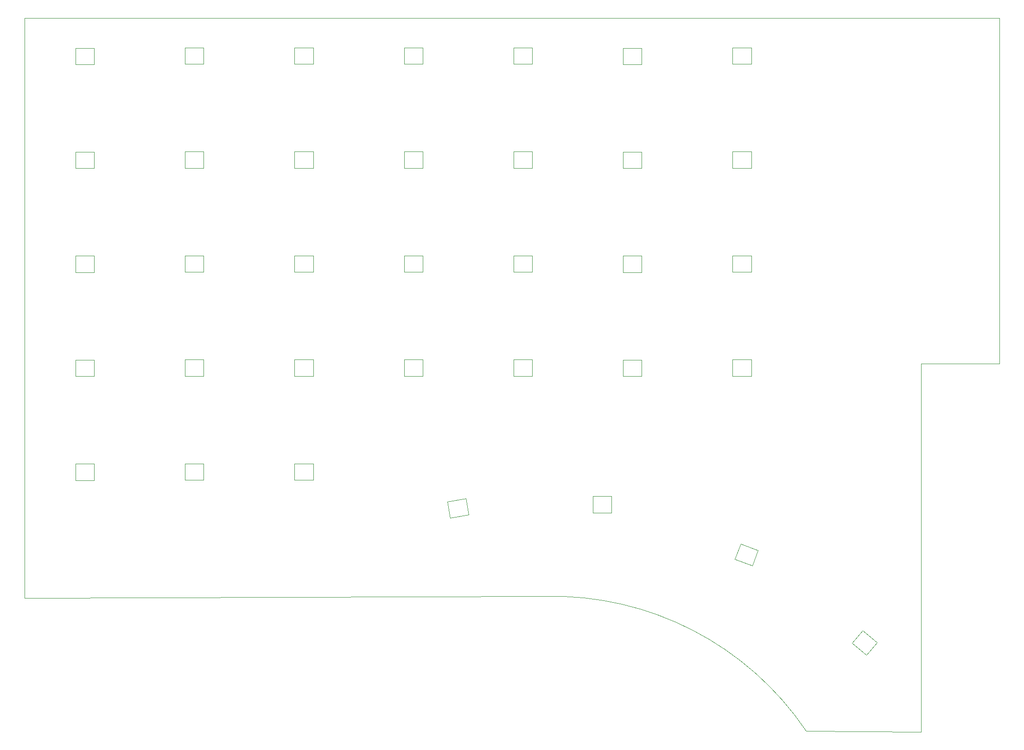
<source format=gbr>
%TF.GenerationSoftware,KiCad,Pcbnew,7.0.7*%
%TF.CreationDate,2023-09-03T20:27:55-07:00*%
%TF.ProjectId,keyboard,6b657962-6f61-4726-942e-6b696361645f,rev?*%
%TF.SameCoordinates,Original*%
%TF.FileFunction,Profile,NP*%
%FSLAX46Y46*%
G04 Gerber Fmt 4.6, Leading zero omitted, Abs format (unit mm)*
G04 Created by KiCad (PCBNEW 7.0.7) date 2023-09-03 20:27:55*
%MOMM*%
%LPD*%
G01*
G04 APERTURE LIST*
%TA.AperFunction,Profile*%
%ADD10C,0.100000*%
%TD*%
%TA.AperFunction,Profile*%
%ADD11C,0.120000*%
%TD*%
G04 APERTURE END LIST*
D10*
X191729245Y-150316591D02*
G75*
G03*
X144145000Y-125729111I-46314245J-31293409D01*
G01*
X227000000Y-83185000D02*
X212725000Y-83185000D01*
X212725000Y-116205000D02*
X212725000Y-83185000D01*
X212725000Y-132080000D02*
X212725000Y-116205000D01*
X212725000Y-150495000D02*
X212725000Y-132080000D01*
X191729245Y-150316591D02*
X212725000Y-150495000D01*
X49000000Y-126000000D02*
X144145000Y-125729110D01*
X49000000Y-20000000D02*
X49000000Y-126000000D01*
X227000000Y-20000000D02*
X49000000Y-20000000D01*
X227000000Y-83185000D02*
X227000000Y-20000000D01*
D11*
%TO.C,REF\u002A\u002A*%
X158300000Y-82500000D02*
X161700000Y-82500000D01*
X158300000Y-85500000D02*
X158300000Y-82500000D01*
X161700000Y-82500000D02*
X161700000Y-85500000D01*
X161700000Y-85500000D02*
X158300000Y-85500000D01*
X78300000Y-82450000D02*
X81700000Y-82450000D01*
X78300000Y-85450000D02*
X78300000Y-82450000D01*
X81700000Y-82450000D02*
X81700000Y-85450000D01*
X81700000Y-85450000D02*
X78300000Y-85450000D01*
X158300000Y-44500000D02*
X161700000Y-44500000D01*
X158300000Y-47500000D02*
X158300000Y-44500000D01*
X161700000Y-44500000D02*
X161700000Y-47500000D01*
X161700000Y-47500000D02*
X158300000Y-47500000D01*
X98300000Y-25450000D02*
X101700000Y-25450000D01*
X98300000Y-28450000D02*
X98300000Y-25450000D01*
X101700000Y-25450000D02*
X101700000Y-28450000D01*
X101700000Y-28450000D02*
X98300000Y-28450000D01*
X178300000Y-44450000D02*
X181700000Y-44450000D01*
X178300000Y-47450000D02*
X178300000Y-44450000D01*
X181700000Y-44450000D02*
X181700000Y-47450000D01*
X181700000Y-47450000D02*
X178300000Y-47450000D01*
X152799999Y-107449999D02*
X156199999Y-107449999D01*
X152799999Y-110449999D02*
X152799999Y-107449999D01*
X156199999Y-107449999D02*
X156199999Y-110449999D01*
X156199999Y-110449999D02*
X152799999Y-110449999D01*
X178300000Y-25450000D02*
X181700000Y-25450000D01*
X178300000Y-28450000D02*
X178300000Y-25450000D01*
X181700000Y-25450000D02*
X181700000Y-28450000D01*
X181700000Y-28450000D02*
X178300000Y-28450000D01*
X138300000Y-44450000D02*
X141700000Y-44450000D01*
X138300000Y-47450000D02*
X138300000Y-44450000D01*
X141700000Y-44450000D02*
X141700000Y-47450000D01*
X141700000Y-47450000D02*
X138300000Y-47450000D01*
X179758137Y-116136042D02*
X182953092Y-117298910D01*
X178732076Y-118955120D02*
X179758137Y-116136042D01*
X182953092Y-117298910D02*
X181927031Y-120117988D01*
X181927031Y-120117988D02*
X178732076Y-118955120D01*
X158300000Y-25500000D02*
X161700000Y-25500000D01*
X158300000Y-28500000D02*
X158300000Y-25500000D01*
X161700000Y-25500000D02*
X161700000Y-28500000D01*
X161700000Y-28500000D02*
X158300000Y-28500000D01*
X58300000Y-101500000D02*
X61700000Y-101500000D01*
X58300000Y-104500000D02*
X58300000Y-101500000D01*
X61700000Y-101500000D02*
X61700000Y-104500000D01*
X61700000Y-104500000D02*
X58300000Y-104500000D01*
X118300000Y-82450000D02*
X121700000Y-82450000D01*
X118300000Y-85450000D02*
X118300000Y-82450000D01*
X121700000Y-82450000D02*
X121700000Y-85450000D01*
X121700000Y-85450000D02*
X118300000Y-85450000D01*
X138300000Y-25450000D02*
X141700000Y-25450000D01*
X138300000Y-28450000D02*
X138300000Y-25450000D01*
X141700000Y-25450000D02*
X141700000Y-28450000D01*
X141700000Y-28450000D02*
X138300000Y-28450000D01*
X78300000Y-101450000D02*
X81700000Y-101450000D01*
X78300000Y-104450000D02*
X78300000Y-101450000D01*
X81700000Y-101450000D02*
X81700000Y-104450000D01*
X81700000Y-104450000D02*
X78300000Y-104450000D01*
X78300000Y-44450000D02*
X81700000Y-44450000D01*
X78300000Y-47450000D02*
X78300000Y-44450000D01*
X81700000Y-44450000D02*
X81700000Y-47450000D01*
X81700000Y-47450000D02*
X78300000Y-47450000D01*
X98300000Y-101450000D02*
X101700000Y-101450000D01*
X98300000Y-104450000D02*
X98300000Y-101450000D01*
X101700000Y-101450000D02*
X101700000Y-104450000D01*
X101700000Y-104450000D02*
X98300000Y-104450000D01*
X202070302Y-131948749D02*
X204674853Y-134134227D01*
X200141939Y-134246883D02*
X202070302Y-131948749D01*
X204674853Y-134134227D02*
X202746490Y-136432361D01*
X202746490Y-136432361D02*
X200141939Y-134246883D01*
X58300000Y-82500000D02*
X61700000Y-82500000D01*
X58300000Y-85500000D02*
X58300000Y-82500000D01*
X61700000Y-82500000D02*
X61700000Y-85500000D01*
X61700000Y-85500000D02*
X58300000Y-85500000D01*
X138300000Y-82450000D02*
X141700000Y-82450000D01*
X138300000Y-85450000D02*
X138300000Y-82450000D01*
X141700000Y-82450000D02*
X141700000Y-85450000D01*
X141700000Y-85450000D02*
X138300000Y-85450000D01*
X78300000Y-25450000D02*
X81700000Y-25450000D01*
X78300000Y-28450000D02*
X78300000Y-25450000D01*
X81700000Y-25450000D02*
X81700000Y-28450000D01*
X81700000Y-28450000D02*
X78300000Y-28450000D01*
X78300000Y-63450000D02*
X81700000Y-63450000D01*
X78300000Y-66450000D02*
X78300000Y-63450000D01*
X81700000Y-63450000D02*
X81700000Y-66450000D01*
X81700000Y-66450000D02*
X78300000Y-66450000D01*
X98300000Y-44450000D02*
X101700000Y-44450000D01*
X98300000Y-47450000D02*
X98300000Y-44450000D01*
X101700000Y-44450000D02*
X101700000Y-47450000D01*
X101700000Y-47450000D02*
X98300000Y-47450000D01*
X58300000Y-25500000D02*
X61700000Y-25500000D01*
X58300000Y-28500000D02*
X58300000Y-25500000D01*
X61700000Y-25500000D02*
X61700000Y-28500000D01*
X61700000Y-28500000D02*
X58300000Y-28500000D01*
X58300000Y-44500000D02*
X61700000Y-44500000D01*
X58300000Y-47500000D02*
X58300000Y-44500000D01*
X61700000Y-44500000D02*
X61700000Y-47500000D01*
X61700000Y-47500000D02*
X58300000Y-47500000D01*
X98300000Y-63450000D02*
X101700000Y-63450000D01*
X98300000Y-66450000D02*
X98300000Y-63450000D01*
X101700000Y-63450000D02*
X101700000Y-66450000D01*
X101700000Y-66450000D02*
X98300000Y-66450000D01*
X178300000Y-82450000D02*
X181700000Y-82450000D01*
X178300000Y-85450000D02*
X178300000Y-82450000D01*
X181700000Y-82450000D02*
X181700000Y-85450000D01*
X181700000Y-85450000D02*
X178300000Y-85450000D01*
X138300000Y-63450000D02*
X141700000Y-63450000D01*
X138300000Y-66450000D02*
X138300000Y-63450000D01*
X141700000Y-63450000D02*
X141700000Y-66450000D01*
X141700000Y-66450000D02*
X138300000Y-66450000D01*
X118300000Y-25450000D02*
X121700000Y-25450000D01*
X118300000Y-28450000D02*
X118300000Y-25450000D01*
X121700000Y-25450000D02*
X121700000Y-28450000D01*
X121700000Y-28450000D02*
X118300000Y-28450000D01*
X58300000Y-63500000D02*
X61700000Y-63500000D01*
X58300000Y-66500000D02*
X58300000Y-63500000D01*
X61700000Y-63500000D02*
X61700000Y-66500000D01*
X61700000Y-66500000D02*
X58300000Y-66500000D01*
X178300000Y-63450000D02*
X181700000Y-63450000D01*
X178300000Y-66450000D02*
X178300000Y-63450000D01*
X181700000Y-63450000D02*
X181700000Y-66450000D01*
X181700000Y-66450000D02*
X178300000Y-66450000D01*
X158300000Y-63500000D02*
X161700000Y-63500000D01*
X158300000Y-66500000D02*
X158300000Y-63500000D01*
X161700000Y-63500000D02*
X161700000Y-66500000D01*
X161700000Y-66500000D02*
X158300000Y-66500000D01*
X126199997Y-108427545D02*
X129548343Y-107837141D01*
X126720941Y-111381969D02*
X126199997Y-108427545D01*
X129548343Y-107837141D02*
X130069287Y-110791565D01*
X130069287Y-110791565D02*
X126720941Y-111381969D01*
X98300000Y-82450000D02*
X101700000Y-82450000D01*
X98300000Y-85450000D02*
X98300000Y-82450000D01*
X101700000Y-82450000D02*
X101700000Y-85450000D01*
X101700000Y-85450000D02*
X98300000Y-85450000D01*
X118300000Y-63450000D02*
X121700000Y-63450000D01*
X118300000Y-66450000D02*
X118300000Y-63450000D01*
X121700000Y-63450000D02*
X121700000Y-66450000D01*
X121700000Y-66450000D02*
X118300000Y-66450000D01*
X118300000Y-44450000D02*
X121700000Y-44450000D01*
X118300000Y-47450000D02*
X118300000Y-44450000D01*
X121700000Y-44450000D02*
X121700000Y-47450000D01*
X121700000Y-47450000D02*
X118300000Y-47450000D01*
X61700000Y-28500000D02*
X61700000Y-25500000D01*
X61700000Y-25500000D02*
X58300000Y-25500000D01*
X58300000Y-28500000D02*
X61700000Y-28500000D01*
X58300000Y-25500000D02*
X58300000Y-28500000D01*
X121700000Y-85450000D02*
X121700000Y-82450000D01*
X121700000Y-82450000D02*
X118300000Y-82450000D01*
X118300000Y-85450000D02*
X121700000Y-85450000D01*
X118300000Y-82450000D02*
X118300000Y-85450000D01*
X121700000Y-47450000D02*
X121700000Y-44450000D01*
X121700000Y-44450000D02*
X118300000Y-44450000D01*
X118300000Y-47450000D02*
X121700000Y-47450000D01*
X118300000Y-44450000D02*
X118300000Y-47450000D01*
X61700000Y-47500000D02*
X61700000Y-44500000D01*
X61700000Y-44500000D02*
X58300000Y-44500000D01*
X58300000Y-47500000D02*
X61700000Y-47500000D01*
X58300000Y-44500000D02*
X58300000Y-47500000D01*
X161700000Y-85500000D02*
X161700000Y-82500000D01*
X161700000Y-82500000D02*
X158300000Y-82500000D01*
X158300000Y-85500000D02*
X161700000Y-85500000D01*
X158300000Y-82500000D02*
X158300000Y-85500000D01*
X141700000Y-28450000D02*
X141700000Y-25450000D01*
X141700000Y-25450000D02*
X138300000Y-25450000D01*
X138300000Y-28450000D02*
X141700000Y-28450000D01*
X138300000Y-25450000D02*
X138300000Y-28450000D01*
X181700000Y-47450000D02*
X181700000Y-44450000D01*
X181700000Y-44450000D02*
X178300000Y-44450000D01*
X178300000Y-47450000D02*
X181700000Y-47450000D01*
X178300000Y-44450000D02*
X178300000Y-47450000D01*
X61700000Y-104500000D02*
X61700000Y-101500000D01*
X61700000Y-101500000D02*
X58300000Y-101500000D01*
X58300000Y-104500000D02*
X61700000Y-104500000D01*
X58300000Y-101500000D02*
X58300000Y-104500000D01*
X181700000Y-28450000D02*
X181700000Y-25450000D01*
X181700000Y-25450000D02*
X178300000Y-25450000D01*
X178300000Y-28450000D02*
X181700000Y-28450000D01*
X178300000Y-25450000D02*
X178300000Y-28450000D01*
X101700000Y-47450000D02*
X101700000Y-44450000D01*
X101700000Y-44450000D02*
X98300000Y-44450000D01*
X98300000Y-47450000D02*
X101700000Y-47450000D01*
X98300000Y-44450000D02*
X98300000Y-47450000D01*
X121700000Y-28450000D02*
X121700000Y-25450000D01*
X121700000Y-25450000D02*
X118300000Y-25450000D01*
X118300000Y-28450000D02*
X121700000Y-28450000D01*
X118300000Y-25450000D02*
X118300000Y-28450000D01*
X181700000Y-66450000D02*
X181700000Y-63450000D01*
X181700000Y-63450000D02*
X178300000Y-63450000D01*
X178300000Y-66450000D02*
X181700000Y-66450000D01*
X178300000Y-63450000D02*
X178300000Y-66450000D01*
X141700000Y-85450000D02*
X141700000Y-82450000D01*
X141700000Y-82450000D02*
X138300000Y-82450000D01*
X138300000Y-85450000D02*
X141700000Y-85450000D01*
X138300000Y-82450000D02*
X138300000Y-85450000D01*
X130069287Y-110791565D02*
X129548343Y-107837141D01*
X129548343Y-107837141D02*
X126199997Y-108427545D01*
X126720941Y-111381969D02*
X130069287Y-110791565D01*
X126199997Y-108427545D02*
X126720941Y-111381969D01*
X121700000Y-66450000D02*
X121700000Y-63450000D01*
X121700000Y-63450000D02*
X118300000Y-63450000D01*
X118300000Y-66450000D02*
X121700000Y-66450000D01*
X118300000Y-63450000D02*
X118300000Y-66450000D01*
X61700000Y-85500000D02*
X61700000Y-82500000D01*
X61700000Y-82500000D02*
X58300000Y-82500000D01*
X58300000Y-85500000D02*
X61700000Y-85500000D01*
X58300000Y-82500000D02*
X58300000Y-85500000D01*
X141700000Y-47450000D02*
X141700000Y-44450000D01*
X141700000Y-44450000D02*
X138300000Y-44450000D01*
X138300000Y-47450000D02*
X141700000Y-47450000D01*
X138300000Y-44450000D02*
X138300000Y-47450000D01*
X156199999Y-110449999D02*
X156199999Y-107449999D01*
X156199999Y-107449999D02*
X152799999Y-107449999D01*
X152799999Y-110449999D02*
X156199999Y-110449999D01*
X152799999Y-107449999D02*
X152799999Y-110449999D01*
X81700000Y-85450000D02*
X81700000Y-82450000D01*
X81700000Y-82450000D02*
X78300000Y-82450000D01*
X78300000Y-85450000D02*
X81700000Y-85450000D01*
X78300000Y-82450000D02*
X78300000Y-85450000D01*
X161700000Y-28500000D02*
X161700000Y-25500000D01*
X161700000Y-25500000D02*
X158300000Y-25500000D01*
X158300000Y-28500000D02*
X161700000Y-28500000D01*
X158300000Y-25500000D02*
X158300000Y-28500000D01*
X101700000Y-66450000D02*
X101700000Y-63450000D01*
X101700000Y-63450000D02*
X98300000Y-63450000D01*
X98300000Y-66450000D02*
X101700000Y-66450000D01*
X98300000Y-63450000D02*
X98300000Y-66450000D01*
X141700000Y-66450000D02*
X141700000Y-63450000D01*
X141700000Y-63450000D02*
X138300000Y-63450000D01*
X138300000Y-66450000D02*
X141700000Y-66450000D01*
X138300000Y-63450000D02*
X138300000Y-66450000D01*
X101700000Y-28450000D02*
X101700000Y-25450000D01*
X101700000Y-25450000D02*
X98300000Y-25450000D01*
X98300000Y-28450000D02*
X101700000Y-28450000D01*
X98300000Y-25450000D02*
X98300000Y-28450000D01*
X202746490Y-136432361D02*
X204674853Y-134134227D01*
X204674853Y-134134227D02*
X202070302Y-131948749D01*
X200141939Y-134246883D02*
X202746490Y-136432361D01*
X202070302Y-131948749D02*
X200141939Y-134246883D01*
X161700000Y-66500000D02*
X161700000Y-63500000D01*
X161700000Y-63500000D02*
X158300000Y-63500000D01*
X158300000Y-66500000D02*
X161700000Y-66500000D01*
X158300000Y-63500000D02*
X158300000Y-66500000D01*
X81700000Y-47450000D02*
X81700000Y-44450000D01*
X81700000Y-44450000D02*
X78300000Y-44450000D01*
X78300000Y-47450000D02*
X81700000Y-47450000D01*
X78300000Y-44450000D02*
X78300000Y-47450000D01*
X181927031Y-120117988D02*
X182953092Y-117298910D01*
X182953092Y-117298910D02*
X179758137Y-116136042D01*
X178732076Y-118955120D02*
X181927031Y-120117988D01*
X179758137Y-116136042D02*
X178732076Y-118955120D01*
X81700000Y-28450000D02*
X81700000Y-25450000D01*
X81700000Y-25450000D02*
X78300000Y-25450000D01*
X78300000Y-28450000D02*
X81700000Y-28450000D01*
X78300000Y-25450000D02*
X78300000Y-28450000D01*
X181700000Y-85450000D02*
X181700000Y-82450000D01*
X181700000Y-82450000D02*
X178300000Y-82450000D01*
X178300000Y-85450000D02*
X181700000Y-85450000D01*
X178300000Y-82450000D02*
X178300000Y-85450000D01*
X61700000Y-66500000D02*
X61700000Y-63500000D01*
X61700000Y-63500000D02*
X58300000Y-63500000D01*
X58300000Y-66500000D02*
X61700000Y-66500000D01*
X58300000Y-63500000D02*
X58300000Y-66500000D01*
X101700000Y-85450000D02*
X101700000Y-82450000D01*
X101700000Y-82450000D02*
X98300000Y-82450000D01*
X98300000Y-85450000D02*
X101700000Y-85450000D01*
X98300000Y-82450000D02*
X98300000Y-85450000D01*
X101700000Y-104450000D02*
X101700000Y-101450000D01*
X101700000Y-101450000D02*
X98300000Y-101450000D01*
X98300000Y-104450000D02*
X101700000Y-104450000D01*
X98300000Y-101450000D02*
X98300000Y-104450000D01*
X81700000Y-104450000D02*
X81700000Y-101450000D01*
X81700000Y-101450000D02*
X78300000Y-101450000D01*
X78300000Y-104450000D02*
X81700000Y-104450000D01*
X78300000Y-101450000D02*
X78300000Y-104450000D01*
X161700000Y-47500000D02*
X161700000Y-44500000D01*
X161700000Y-44500000D02*
X158300000Y-44500000D01*
X158300000Y-47500000D02*
X161700000Y-47500000D01*
X158300000Y-44500000D02*
X158300000Y-47500000D01*
X81700000Y-66450000D02*
X81700000Y-63450000D01*
X81700000Y-63450000D02*
X78300000Y-63450000D01*
X78300000Y-66450000D02*
X81700000Y-66450000D01*
X78300000Y-63450000D02*
X78300000Y-66450000D01*
%TD*%
M02*

</source>
